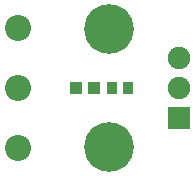
<source format=gts>
G04 Layer_Color=8388736*
%FSLAX44Y44*%
%MOMM*%
G71*
G01*
G75*
%ADD21R,0.8532X1.0032*%
%ADD22R,1.0032X1.0032*%
%ADD23R,1.9032X1.9032*%
%ADD24C,1.9032*%
%ADD25C,2.2032*%
%ADD26C,4.2032*%
D21*
X176750Y80000D02*
D03*
X163250D02*
D03*
D22*
X148000D02*
D03*
X132000D02*
D03*
D23*
X220000Y54600D02*
D03*
D24*
Y80000D02*
D03*
Y105400D02*
D03*
D25*
X83000Y29000D02*
D03*
Y79800D02*
D03*
Y130600D02*
D03*
D26*
X160000Y30000D02*
D03*
Y130000D02*
D03*
M02*

</source>
